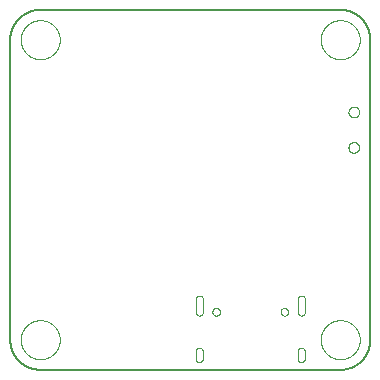
<source format=gko>
G75*
%MOIN*%
%OFA0B0*%
%FSLAX25Y25*%
%IPPOS*%
%LPD*%
%AMOC8*
5,1,8,0,0,1.08239X$1,22.5*
%
%ADD10C,0.00800*%
%ADD11C,0.00000*%
%ADD12C,0.00039*%
D10*
X0161588Y0075000D02*
X0261588Y0075000D01*
X0261830Y0075003D01*
X0262071Y0075012D01*
X0262312Y0075026D01*
X0262553Y0075047D01*
X0262793Y0075073D01*
X0263033Y0075105D01*
X0263272Y0075143D01*
X0263509Y0075186D01*
X0263746Y0075236D01*
X0263981Y0075291D01*
X0264215Y0075351D01*
X0264447Y0075418D01*
X0264678Y0075489D01*
X0264907Y0075567D01*
X0265134Y0075650D01*
X0265359Y0075738D01*
X0265582Y0075832D01*
X0265802Y0075931D01*
X0266020Y0076036D01*
X0266235Y0076145D01*
X0266448Y0076260D01*
X0266658Y0076380D01*
X0266864Y0076505D01*
X0267068Y0076635D01*
X0267269Y0076770D01*
X0267466Y0076910D01*
X0267660Y0077054D01*
X0267850Y0077203D01*
X0268036Y0077357D01*
X0268219Y0077515D01*
X0268398Y0077677D01*
X0268573Y0077844D01*
X0268744Y0078015D01*
X0268911Y0078190D01*
X0269073Y0078369D01*
X0269231Y0078552D01*
X0269385Y0078738D01*
X0269534Y0078928D01*
X0269678Y0079122D01*
X0269818Y0079319D01*
X0269953Y0079520D01*
X0270083Y0079724D01*
X0270208Y0079930D01*
X0270328Y0080140D01*
X0270443Y0080353D01*
X0270552Y0080568D01*
X0270657Y0080786D01*
X0270756Y0081006D01*
X0270850Y0081229D01*
X0270938Y0081454D01*
X0271021Y0081681D01*
X0271099Y0081910D01*
X0271170Y0082141D01*
X0271237Y0082373D01*
X0271297Y0082607D01*
X0271352Y0082842D01*
X0271402Y0083079D01*
X0271445Y0083316D01*
X0271483Y0083555D01*
X0271515Y0083795D01*
X0271541Y0084035D01*
X0271562Y0084276D01*
X0271576Y0084517D01*
X0271585Y0084758D01*
X0271588Y0085000D01*
X0271588Y0185000D01*
X0271585Y0185242D01*
X0271576Y0185483D01*
X0271562Y0185724D01*
X0271541Y0185965D01*
X0271515Y0186205D01*
X0271483Y0186445D01*
X0271445Y0186684D01*
X0271402Y0186921D01*
X0271352Y0187158D01*
X0271297Y0187393D01*
X0271237Y0187627D01*
X0271170Y0187859D01*
X0271099Y0188090D01*
X0271021Y0188319D01*
X0270938Y0188546D01*
X0270850Y0188771D01*
X0270756Y0188994D01*
X0270657Y0189214D01*
X0270552Y0189432D01*
X0270443Y0189647D01*
X0270328Y0189860D01*
X0270208Y0190070D01*
X0270083Y0190276D01*
X0269953Y0190480D01*
X0269818Y0190681D01*
X0269678Y0190878D01*
X0269534Y0191072D01*
X0269385Y0191262D01*
X0269231Y0191448D01*
X0269073Y0191631D01*
X0268911Y0191810D01*
X0268744Y0191985D01*
X0268573Y0192156D01*
X0268398Y0192323D01*
X0268219Y0192485D01*
X0268036Y0192643D01*
X0267850Y0192797D01*
X0267660Y0192946D01*
X0267466Y0193090D01*
X0267269Y0193230D01*
X0267068Y0193365D01*
X0266864Y0193495D01*
X0266658Y0193620D01*
X0266448Y0193740D01*
X0266235Y0193855D01*
X0266020Y0193964D01*
X0265802Y0194069D01*
X0265582Y0194168D01*
X0265359Y0194262D01*
X0265134Y0194350D01*
X0264907Y0194433D01*
X0264678Y0194511D01*
X0264447Y0194582D01*
X0264215Y0194649D01*
X0263981Y0194709D01*
X0263746Y0194764D01*
X0263509Y0194814D01*
X0263272Y0194857D01*
X0263033Y0194895D01*
X0262793Y0194927D01*
X0262553Y0194953D01*
X0262312Y0194974D01*
X0262071Y0194988D01*
X0261830Y0194997D01*
X0261588Y0195000D01*
X0161588Y0195000D01*
X0161346Y0194997D01*
X0161105Y0194988D01*
X0160864Y0194974D01*
X0160623Y0194953D01*
X0160383Y0194927D01*
X0160143Y0194895D01*
X0159904Y0194857D01*
X0159667Y0194814D01*
X0159430Y0194764D01*
X0159195Y0194709D01*
X0158961Y0194649D01*
X0158729Y0194582D01*
X0158498Y0194511D01*
X0158269Y0194433D01*
X0158042Y0194350D01*
X0157817Y0194262D01*
X0157594Y0194168D01*
X0157374Y0194069D01*
X0157156Y0193964D01*
X0156941Y0193855D01*
X0156728Y0193740D01*
X0156518Y0193620D01*
X0156312Y0193495D01*
X0156108Y0193365D01*
X0155907Y0193230D01*
X0155710Y0193090D01*
X0155516Y0192946D01*
X0155326Y0192797D01*
X0155140Y0192643D01*
X0154957Y0192485D01*
X0154778Y0192323D01*
X0154603Y0192156D01*
X0154432Y0191985D01*
X0154265Y0191810D01*
X0154103Y0191631D01*
X0153945Y0191448D01*
X0153791Y0191262D01*
X0153642Y0191072D01*
X0153498Y0190878D01*
X0153358Y0190681D01*
X0153223Y0190480D01*
X0153093Y0190276D01*
X0152968Y0190070D01*
X0152848Y0189860D01*
X0152733Y0189647D01*
X0152624Y0189432D01*
X0152519Y0189214D01*
X0152420Y0188994D01*
X0152326Y0188771D01*
X0152238Y0188546D01*
X0152155Y0188319D01*
X0152077Y0188090D01*
X0152006Y0187859D01*
X0151939Y0187627D01*
X0151879Y0187393D01*
X0151824Y0187158D01*
X0151774Y0186921D01*
X0151731Y0186684D01*
X0151693Y0186445D01*
X0151661Y0186205D01*
X0151635Y0185965D01*
X0151614Y0185724D01*
X0151600Y0185483D01*
X0151591Y0185242D01*
X0151588Y0185000D01*
X0151588Y0085000D01*
X0151591Y0084758D01*
X0151600Y0084517D01*
X0151614Y0084276D01*
X0151635Y0084035D01*
X0151661Y0083795D01*
X0151693Y0083555D01*
X0151731Y0083316D01*
X0151774Y0083079D01*
X0151824Y0082842D01*
X0151879Y0082607D01*
X0151939Y0082373D01*
X0152006Y0082141D01*
X0152077Y0081910D01*
X0152155Y0081681D01*
X0152238Y0081454D01*
X0152326Y0081229D01*
X0152420Y0081006D01*
X0152519Y0080786D01*
X0152624Y0080568D01*
X0152733Y0080353D01*
X0152848Y0080140D01*
X0152968Y0079930D01*
X0153093Y0079724D01*
X0153223Y0079520D01*
X0153358Y0079319D01*
X0153498Y0079122D01*
X0153642Y0078928D01*
X0153791Y0078738D01*
X0153945Y0078552D01*
X0154103Y0078369D01*
X0154265Y0078190D01*
X0154432Y0078015D01*
X0154603Y0077844D01*
X0154778Y0077677D01*
X0154957Y0077515D01*
X0155140Y0077357D01*
X0155326Y0077203D01*
X0155516Y0077054D01*
X0155710Y0076910D01*
X0155907Y0076770D01*
X0156108Y0076635D01*
X0156312Y0076505D01*
X0156518Y0076380D01*
X0156728Y0076260D01*
X0156941Y0076145D01*
X0157156Y0076036D01*
X0157374Y0075931D01*
X0157594Y0075832D01*
X0157817Y0075738D01*
X0158042Y0075650D01*
X0158269Y0075567D01*
X0158498Y0075489D01*
X0158729Y0075418D01*
X0158961Y0075351D01*
X0159195Y0075291D01*
X0159430Y0075236D01*
X0159667Y0075186D01*
X0159904Y0075143D01*
X0160143Y0075105D01*
X0160383Y0075073D01*
X0160623Y0075047D01*
X0160864Y0075026D01*
X0161105Y0075012D01*
X0161346Y0075003D01*
X0161588Y0075000D01*
D11*
X0155088Y0085000D02*
X0155090Y0085161D01*
X0155096Y0085321D01*
X0155106Y0085482D01*
X0155120Y0085642D01*
X0155138Y0085802D01*
X0155159Y0085961D01*
X0155185Y0086120D01*
X0155215Y0086278D01*
X0155248Y0086435D01*
X0155286Y0086592D01*
X0155327Y0086747D01*
X0155372Y0086901D01*
X0155421Y0087054D01*
X0155474Y0087206D01*
X0155530Y0087357D01*
X0155591Y0087506D01*
X0155654Y0087654D01*
X0155722Y0087800D01*
X0155793Y0087944D01*
X0155867Y0088086D01*
X0155945Y0088227D01*
X0156027Y0088365D01*
X0156112Y0088502D01*
X0156200Y0088636D01*
X0156292Y0088768D01*
X0156387Y0088898D01*
X0156485Y0089026D01*
X0156586Y0089151D01*
X0156690Y0089273D01*
X0156797Y0089393D01*
X0156907Y0089510D01*
X0157020Y0089625D01*
X0157136Y0089736D01*
X0157255Y0089845D01*
X0157376Y0089950D01*
X0157500Y0090053D01*
X0157626Y0090153D01*
X0157754Y0090249D01*
X0157885Y0090342D01*
X0158019Y0090432D01*
X0158154Y0090519D01*
X0158292Y0090602D01*
X0158431Y0090682D01*
X0158573Y0090758D01*
X0158716Y0090831D01*
X0158861Y0090900D01*
X0159008Y0090966D01*
X0159156Y0091028D01*
X0159306Y0091086D01*
X0159457Y0091141D01*
X0159610Y0091192D01*
X0159764Y0091239D01*
X0159919Y0091282D01*
X0160075Y0091321D01*
X0160231Y0091357D01*
X0160389Y0091388D01*
X0160547Y0091416D01*
X0160706Y0091440D01*
X0160866Y0091460D01*
X0161026Y0091476D01*
X0161186Y0091488D01*
X0161347Y0091496D01*
X0161508Y0091500D01*
X0161668Y0091500D01*
X0161829Y0091496D01*
X0161990Y0091488D01*
X0162150Y0091476D01*
X0162310Y0091460D01*
X0162470Y0091440D01*
X0162629Y0091416D01*
X0162787Y0091388D01*
X0162945Y0091357D01*
X0163101Y0091321D01*
X0163257Y0091282D01*
X0163412Y0091239D01*
X0163566Y0091192D01*
X0163719Y0091141D01*
X0163870Y0091086D01*
X0164020Y0091028D01*
X0164168Y0090966D01*
X0164315Y0090900D01*
X0164460Y0090831D01*
X0164603Y0090758D01*
X0164745Y0090682D01*
X0164884Y0090602D01*
X0165022Y0090519D01*
X0165157Y0090432D01*
X0165291Y0090342D01*
X0165422Y0090249D01*
X0165550Y0090153D01*
X0165676Y0090053D01*
X0165800Y0089950D01*
X0165921Y0089845D01*
X0166040Y0089736D01*
X0166156Y0089625D01*
X0166269Y0089510D01*
X0166379Y0089393D01*
X0166486Y0089273D01*
X0166590Y0089151D01*
X0166691Y0089026D01*
X0166789Y0088898D01*
X0166884Y0088768D01*
X0166976Y0088636D01*
X0167064Y0088502D01*
X0167149Y0088365D01*
X0167231Y0088227D01*
X0167309Y0088086D01*
X0167383Y0087944D01*
X0167454Y0087800D01*
X0167522Y0087654D01*
X0167585Y0087506D01*
X0167646Y0087357D01*
X0167702Y0087206D01*
X0167755Y0087054D01*
X0167804Y0086901D01*
X0167849Y0086747D01*
X0167890Y0086592D01*
X0167928Y0086435D01*
X0167961Y0086278D01*
X0167991Y0086120D01*
X0168017Y0085961D01*
X0168038Y0085802D01*
X0168056Y0085642D01*
X0168070Y0085482D01*
X0168080Y0085321D01*
X0168086Y0085161D01*
X0168088Y0085000D01*
X0168086Y0084839D01*
X0168080Y0084679D01*
X0168070Y0084518D01*
X0168056Y0084358D01*
X0168038Y0084198D01*
X0168017Y0084039D01*
X0167991Y0083880D01*
X0167961Y0083722D01*
X0167928Y0083565D01*
X0167890Y0083408D01*
X0167849Y0083253D01*
X0167804Y0083099D01*
X0167755Y0082946D01*
X0167702Y0082794D01*
X0167646Y0082643D01*
X0167585Y0082494D01*
X0167522Y0082346D01*
X0167454Y0082200D01*
X0167383Y0082056D01*
X0167309Y0081914D01*
X0167231Y0081773D01*
X0167149Y0081635D01*
X0167064Y0081498D01*
X0166976Y0081364D01*
X0166884Y0081232D01*
X0166789Y0081102D01*
X0166691Y0080974D01*
X0166590Y0080849D01*
X0166486Y0080727D01*
X0166379Y0080607D01*
X0166269Y0080490D01*
X0166156Y0080375D01*
X0166040Y0080264D01*
X0165921Y0080155D01*
X0165800Y0080050D01*
X0165676Y0079947D01*
X0165550Y0079847D01*
X0165422Y0079751D01*
X0165291Y0079658D01*
X0165157Y0079568D01*
X0165022Y0079481D01*
X0164884Y0079398D01*
X0164745Y0079318D01*
X0164603Y0079242D01*
X0164460Y0079169D01*
X0164315Y0079100D01*
X0164168Y0079034D01*
X0164020Y0078972D01*
X0163870Y0078914D01*
X0163719Y0078859D01*
X0163566Y0078808D01*
X0163412Y0078761D01*
X0163257Y0078718D01*
X0163101Y0078679D01*
X0162945Y0078643D01*
X0162787Y0078612D01*
X0162629Y0078584D01*
X0162470Y0078560D01*
X0162310Y0078540D01*
X0162150Y0078524D01*
X0161990Y0078512D01*
X0161829Y0078504D01*
X0161668Y0078500D01*
X0161508Y0078500D01*
X0161347Y0078504D01*
X0161186Y0078512D01*
X0161026Y0078524D01*
X0160866Y0078540D01*
X0160706Y0078560D01*
X0160547Y0078584D01*
X0160389Y0078612D01*
X0160231Y0078643D01*
X0160075Y0078679D01*
X0159919Y0078718D01*
X0159764Y0078761D01*
X0159610Y0078808D01*
X0159457Y0078859D01*
X0159306Y0078914D01*
X0159156Y0078972D01*
X0159008Y0079034D01*
X0158861Y0079100D01*
X0158716Y0079169D01*
X0158573Y0079242D01*
X0158431Y0079318D01*
X0158292Y0079398D01*
X0158154Y0079481D01*
X0158019Y0079568D01*
X0157885Y0079658D01*
X0157754Y0079751D01*
X0157626Y0079847D01*
X0157500Y0079947D01*
X0157376Y0080050D01*
X0157255Y0080155D01*
X0157136Y0080264D01*
X0157020Y0080375D01*
X0156907Y0080490D01*
X0156797Y0080607D01*
X0156690Y0080727D01*
X0156586Y0080849D01*
X0156485Y0080974D01*
X0156387Y0081102D01*
X0156292Y0081232D01*
X0156200Y0081364D01*
X0156112Y0081498D01*
X0156027Y0081635D01*
X0155945Y0081773D01*
X0155867Y0081914D01*
X0155793Y0082056D01*
X0155722Y0082200D01*
X0155654Y0082346D01*
X0155591Y0082494D01*
X0155530Y0082643D01*
X0155474Y0082794D01*
X0155421Y0082946D01*
X0155372Y0083099D01*
X0155327Y0083253D01*
X0155286Y0083408D01*
X0155248Y0083565D01*
X0155215Y0083722D01*
X0155185Y0083880D01*
X0155159Y0084039D01*
X0155138Y0084198D01*
X0155120Y0084358D01*
X0155106Y0084518D01*
X0155096Y0084679D01*
X0155090Y0084839D01*
X0155088Y0085000D01*
X0218930Y0094311D02*
X0218932Y0094382D01*
X0218938Y0094453D01*
X0218948Y0094524D01*
X0218962Y0094593D01*
X0218979Y0094662D01*
X0219001Y0094730D01*
X0219026Y0094797D01*
X0219055Y0094862D01*
X0219087Y0094925D01*
X0219123Y0094987D01*
X0219162Y0095046D01*
X0219205Y0095103D01*
X0219250Y0095158D01*
X0219299Y0095210D01*
X0219350Y0095259D01*
X0219404Y0095305D01*
X0219461Y0095349D01*
X0219519Y0095389D01*
X0219580Y0095425D01*
X0219643Y0095459D01*
X0219708Y0095488D01*
X0219774Y0095514D01*
X0219842Y0095537D01*
X0219910Y0095555D01*
X0219980Y0095570D01*
X0220050Y0095581D01*
X0220121Y0095588D01*
X0220192Y0095591D01*
X0220263Y0095590D01*
X0220334Y0095585D01*
X0220405Y0095576D01*
X0220475Y0095563D01*
X0220544Y0095547D01*
X0220612Y0095526D01*
X0220679Y0095502D01*
X0220745Y0095474D01*
X0220808Y0095442D01*
X0220870Y0095407D01*
X0220930Y0095369D01*
X0220988Y0095327D01*
X0221043Y0095283D01*
X0221096Y0095235D01*
X0221146Y0095184D01*
X0221193Y0095131D01*
X0221237Y0095075D01*
X0221278Y0095017D01*
X0221316Y0094956D01*
X0221350Y0094894D01*
X0221380Y0094829D01*
X0221407Y0094764D01*
X0221431Y0094696D01*
X0221450Y0094628D01*
X0221466Y0094559D01*
X0221478Y0094488D01*
X0221486Y0094418D01*
X0221490Y0094347D01*
X0221490Y0094275D01*
X0221486Y0094204D01*
X0221478Y0094134D01*
X0221466Y0094063D01*
X0221450Y0093994D01*
X0221431Y0093926D01*
X0221407Y0093858D01*
X0221380Y0093793D01*
X0221350Y0093728D01*
X0221316Y0093666D01*
X0221278Y0093605D01*
X0221237Y0093547D01*
X0221193Y0093491D01*
X0221146Y0093438D01*
X0221096Y0093387D01*
X0221043Y0093339D01*
X0220988Y0093295D01*
X0220930Y0093253D01*
X0220870Y0093215D01*
X0220808Y0093180D01*
X0220745Y0093148D01*
X0220679Y0093120D01*
X0220612Y0093096D01*
X0220544Y0093075D01*
X0220475Y0093059D01*
X0220405Y0093046D01*
X0220334Y0093037D01*
X0220263Y0093032D01*
X0220192Y0093031D01*
X0220121Y0093034D01*
X0220050Y0093041D01*
X0219980Y0093052D01*
X0219910Y0093067D01*
X0219842Y0093085D01*
X0219774Y0093108D01*
X0219708Y0093134D01*
X0219643Y0093163D01*
X0219580Y0093197D01*
X0219519Y0093233D01*
X0219461Y0093273D01*
X0219404Y0093317D01*
X0219350Y0093363D01*
X0219299Y0093412D01*
X0219250Y0093464D01*
X0219205Y0093519D01*
X0219162Y0093576D01*
X0219123Y0093635D01*
X0219087Y0093697D01*
X0219055Y0093760D01*
X0219026Y0093825D01*
X0219001Y0093892D01*
X0218979Y0093960D01*
X0218962Y0094029D01*
X0218948Y0094098D01*
X0218938Y0094169D01*
X0218932Y0094240D01*
X0218930Y0094311D01*
X0241686Y0094311D02*
X0241688Y0094382D01*
X0241694Y0094453D01*
X0241704Y0094524D01*
X0241718Y0094593D01*
X0241735Y0094662D01*
X0241757Y0094730D01*
X0241782Y0094797D01*
X0241811Y0094862D01*
X0241843Y0094925D01*
X0241879Y0094987D01*
X0241918Y0095046D01*
X0241961Y0095103D01*
X0242006Y0095158D01*
X0242055Y0095210D01*
X0242106Y0095259D01*
X0242160Y0095305D01*
X0242217Y0095349D01*
X0242275Y0095389D01*
X0242336Y0095425D01*
X0242399Y0095459D01*
X0242464Y0095488D01*
X0242530Y0095514D01*
X0242598Y0095537D01*
X0242666Y0095555D01*
X0242736Y0095570D01*
X0242806Y0095581D01*
X0242877Y0095588D01*
X0242948Y0095591D01*
X0243019Y0095590D01*
X0243090Y0095585D01*
X0243161Y0095576D01*
X0243231Y0095563D01*
X0243300Y0095547D01*
X0243368Y0095526D01*
X0243435Y0095502D01*
X0243501Y0095474D01*
X0243564Y0095442D01*
X0243626Y0095407D01*
X0243686Y0095369D01*
X0243744Y0095327D01*
X0243799Y0095283D01*
X0243852Y0095235D01*
X0243902Y0095184D01*
X0243949Y0095131D01*
X0243993Y0095075D01*
X0244034Y0095017D01*
X0244072Y0094956D01*
X0244106Y0094894D01*
X0244136Y0094829D01*
X0244163Y0094764D01*
X0244187Y0094696D01*
X0244206Y0094628D01*
X0244222Y0094559D01*
X0244234Y0094488D01*
X0244242Y0094418D01*
X0244246Y0094347D01*
X0244246Y0094275D01*
X0244242Y0094204D01*
X0244234Y0094134D01*
X0244222Y0094063D01*
X0244206Y0093994D01*
X0244187Y0093926D01*
X0244163Y0093858D01*
X0244136Y0093793D01*
X0244106Y0093728D01*
X0244072Y0093666D01*
X0244034Y0093605D01*
X0243993Y0093547D01*
X0243949Y0093491D01*
X0243902Y0093438D01*
X0243852Y0093387D01*
X0243799Y0093339D01*
X0243744Y0093295D01*
X0243686Y0093253D01*
X0243626Y0093215D01*
X0243564Y0093180D01*
X0243501Y0093148D01*
X0243435Y0093120D01*
X0243368Y0093096D01*
X0243300Y0093075D01*
X0243231Y0093059D01*
X0243161Y0093046D01*
X0243090Y0093037D01*
X0243019Y0093032D01*
X0242948Y0093031D01*
X0242877Y0093034D01*
X0242806Y0093041D01*
X0242736Y0093052D01*
X0242666Y0093067D01*
X0242598Y0093085D01*
X0242530Y0093108D01*
X0242464Y0093134D01*
X0242399Y0093163D01*
X0242336Y0093197D01*
X0242275Y0093233D01*
X0242217Y0093273D01*
X0242160Y0093317D01*
X0242106Y0093363D01*
X0242055Y0093412D01*
X0242006Y0093464D01*
X0241961Y0093519D01*
X0241918Y0093576D01*
X0241879Y0093635D01*
X0241843Y0093697D01*
X0241811Y0093760D01*
X0241782Y0093825D01*
X0241757Y0093892D01*
X0241735Y0093960D01*
X0241718Y0094029D01*
X0241704Y0094098D01*
X0241694Y0094169D01*
X0241688Y0094240D01*
X0241686Y0094311D01*
X0255088Y0085000D02*
X0255090Y0085161D01*
X0255096Y0085321D01*
X0255106Y0085482D01*
X0255120Y0085642D01*
X0255138Y0085802D01*
X0255159Y0085961D01*
X0255185Y0086120D01*
X0255215Y0086278D01*
X0255248Y0086435D01*
X0255286Y0086592D01*
X0255327Y0086747D01*
X0255372Y0086901D01*
X0255421Y0087054D01*
X0255474Y0087206D01*
X0255530Y0087357D01*
X0255591Y0087506D01*
X0255654Y0087654D01*
X0255722Y0087800D01*
X0255793Y0087944D01*
X0255867Y0088086D01*
X0255945Y0088227D01*
X0256027Y0088365D01*
X0256112Y0088502D01*
X0256200Y0088636D01*
X0256292Y0088768D01*
X0256387Y0088898D01*
X0256485Y0089026D01*
X0256586Y0089151D01*
X0256690Y0089273D01*
X0256797Y0089393D01*
X0256907Y0089510D01*
X0257020Y0089625D01*
X0257136Y0089736D01*
X0257255Y0089845D01*
X0257376Y0089950D01*
X0257500Y0090053D01*
X0257626Y0090153D01*
X0257754Y0090249D01*
X0257885Y0090342D01*
X0258019Y0090432D01*
X0258154Y0090519D01*
X0258292Y0090602D01*
X0258431Y0090682D01*
X0258573Y0090758D01*
X0258716Y0090831D01*
X0258861Y0090900D01*
X0259008Y0090966D01*
X0259156Y0091028D01*
X0259306Y0091086D01*
X0259457Y0091141D01*
X0259610Y0091192D01*
X0259764Y0091239D01*
X0259919Y0091282D01*
X0260075Y0091321D01*
X0260231Y0091357D01*
X0260389Y0091388D01*
X0260547Y0091416D01*
X0260706Y0091440D01*
X0260866Y0091460D01*
X0261026Y0091476D01*
X0261186Y0091488D01*
X0261347Y0091496D01*
X0261508Y0091500D01*
X0261668Y0091500D01*
X0261829Y0091496D01*
X0261990Y0091488D01*
X0262150Y0091476D01*
X0262310Y0091460D01*
X0262470Y0091440D01*
X0262629Y0091416D01*
X0262787Y0091388D01*
X0262945Y0091357D01*
X0263101Y0091321D01*
X0263257Y0091282D01*
X0263412Y0091239D01*
X0263566Y0091192D01*
X0263719Y0091141D01*
X0263870Y0091086D01*
X0264020Y0091028D01*
X0264168Y0090966D01*
X0264315Y0090900D01*
X0264460Y0090831D01*
X0264603Y0090758D01*
X0264745Y0090682D01*
X0264884Y0090602D01*
X0265022Y0090519D01*
X0265157Y0090432D01*
X0265291Y0090342D01*
X0265422Y0090249D01*
X0265550Y0090153D01*
X0265676Y0090053D01*
X0265800Y0089950D01*
X0265921Y0089845D01*
X0266040Y0089736D01*
X0266156Y0089625D01*
X0266269Y0089510D01*
X0266379Y0089393D01*
X0266486Y0089273D01*
X0266590Y0089151D01*
X0266691Y0089026D01*
X0266789Y0088898D01*
X0266884Y0088768D01*
X0266976Y0088636D01*
X0267064Y0088502D01*
X0267149Y0088365D01*
X0267231Y0088227D01*
X0267309Y0088086D01*
X0267383Y0087944D01*
X0267454Y0087800D01*
X0267522Y0087654D01*
X0267585Y0087506D01*
X0267646Y0087357D01*
X0267702Y0087206D01*
X0267755Y0087054D01*
X0267804Y0086901D01*
X0267849Y0086747D01*
X0267890Y0086592D01*
X0267928Y0086435D01*
X0267961Y0086278D01*
X0267991Y0086120D01*
X0268017Y0085961D01*
X0268038Y0085802D01*
X0268056Y0085642D01*
X0268070Y0085482D01*
X0268080Y0085321D01*
X0268086Y0085161D01*
X0268088Y0085000D01*
X0268086Y0084839D01*
X0268080Y0084679D01*
X0268070Y0084518D01*
X0268056Y0084358D01*
X0268038Y0084198D01*
X0268017Y0084039D01*
X0267991Y0083880D01*
X0267961Y0083722D01*
X0267928Y0083565D01*
X0267890Y0083408D01*
X0267849Y0083253D01*
X0267804Y0083099D01*
X0267755Y0082946D01*
X0267702Y0082794D01*
X0267646Y0082643D01*
X0267585Y0082494D01*
X0267522Y0082346D01*
X0267454Y0082200D01*
X0267383Y0082056D01*
X0267309Y0081914D01*
X0267231Y0081773D01*
X0267149Y0081635D01*
X0267064Y0081498D01*
X0266976Y0081364D01*
X0266884Y0081232D01*
X0266789Y0081102D01*
X0266691Y0080974D01*
X0266590Y0080849D01*
X0266486Y0080727D01*
X0266379Y0080607D01*
X0266269Y0080490D01*
X0266156Y0080375D01*
X0266040Y0080264D01*
X0265921Y0080155D01*
X0265800Y0080050D01*
X0265676Y0079947D01*
X0265550Y0079847D01*
X0265422Y0079751D01*
X0265291Y0079658D01*
X0265157Y0079568D01*
X0265022Y0079481D01*
X0264884Y0079398D01*
X0264745Y0079318D01*
X0264603Y0079242D01*
X0264460Y0079169D01*
X0264315Y0079100D01*
X0264168Y0079034D01*
X0264020Y0078972D01*
X0263870Y0078914D01*
X0263719Y0078859D01*
X0263566Y0078808D01*
X0263412Y0078761D01*
X0263257Y0078718D01*
X0263101Y0078679D01*
X0262945Y0078643D01*
X0262787Y0078612D01*
X0262629Y0078584D01*
X0262470Y0078560D01*
X0262310Y0078540D01*
X0262150Y0078524D01*
X0261990Y0078512D01*
X0261829Y0078504D01*
X0261668Y0078500D01*
X0261508Y0078500D01*
X0261347Y0078504D01*
X0261186Y0078512D01*
X0261026Y0078524D01*
X0260866Y0078540D01*
X0260706Y0078560D01*
X0260547Y0078584D01*
X0260389Y0078612D01*
X0260231Y0078643D01*
X0260075Y0078679D01*
X0259919Y0078718D01*
X0259764Y0078761D01*
X0259610Y0078808D01*
X0259457Y0078859D01*
X0259306Y0078914D01*
X0259156Y0078972D01*
X0259008Y0079034D01*
X0258861Y0079100D01*
X0258716Y0079169D01*
X0258573Y0079242D01*
X0258431Y0079318D01*
X0258292Y0079398D01*
X0258154Y0079481D01*
X0258019Y0079568D01*
X0257885Y0079658D01*
X0257754Y0079751D01*
X0257626Y0079847D01*
X0257500Y0079947D01*
X0257376Y0080050D01*
X0257255Y0080155D01*
X0257136Y0080264D01*
X0257020Y0080375D01*
X0256907Y0080490D01*
X0256797Y0080607D01*
X0256690Y0080727D01*
X0256586Y0080849D01*
X0256485Y0080974D01*
X0256387Y0081102D01*
X0256292Y0081232D01*
X0256200Y0081364D01*
X0256112Y0081498D01*
X0256027Y0081635D01*
X0255945Y0081773D01*
X0255867Y0081914D01*
X0255793Y0082056D01*
X0255722Y0082200D01*
X0255654Y0082346D01*
X0255591Y0082494D01*
X0255530Y0082643D01*
X0255474Y0082794D01*
X0255421Y0082946D01*
X0255372Y0083099D01*
X0255327Y0083253D01*
X0255286Y0083408D01*
X0255248Y0083565D01*
X0255215Y0083722D01*
X0255185Y0083880D01*
X0255159Y0084039D01*
X0255138Y0084198D01*
X0255120Y0084358D01*
X0255106Y0084518D01*
X0255096Y0084679D01*
X0255090Y0084839D01*
X0255088Y0085000D01*
X0264316Y0149094D02*
X0264318Y0149178D01*
X0264324Y0149261D01*
X0264334Y0149344D01*
X0264348Y0149427D01*
X0264365Y0149509D01*
X0264387Y0149590D01*
X0264412Y0149669D01*
X0264441Y0149748D01*
X0264474Y0149825D01*
X0264510Y0149900D01*
X0264550Y0149974D01*
X0264593Y0150046D01*
X0264640Y0150115D01*
X0264690Y0150182D01*
X0264743Y0150247D01*
X0264799Y0150309D01*
X0264857Y0150369D01*
X0264919Y0150426D01*
X0264983Y0150479D01*
X0265050Y0150530D01*
X0265119Y0150577D01*
X0265190Y0150622D01*
X0265263Y0150662D01*
X0265338Y0150699D01*
X0265415Y0150733D01*
X0265493Y0150763D01*
X0265572Y0150789D01*
X0265653Y0150812D01*
X0265735Y0150830D01*
X0265817Y0150845D01*
X0265900Y0150856D01*
X0265983Y0150863D01*
X0266067Y0150866D01*
X0266151Y0150865D01*
X0266234Y0150860D01*
X0266318Y0150851D01*
X0266400Y0150838D01*
X0266482Y0150822D01*
X0266563Y0150801D01*
X0266644Y0150777D01*
X0266722Y0150749D01*
X0266800Y0150717D01*
X0266876Y0150681D01*
X0266950Y0150642D01*
X0267022Y0150600D01*
X0267092Y0150554D01*
X0267160Y0150505D01*
X0267225Y0150453D01*
X0267288Y0150398D01*
X0267348Y0150340D01*
X0267406Y0150279D01*
X0267460Y0150215D01*
X0267512Y0150149D01*
X0267560Y0150081D01*
X0267605Y0150010D01*
X0267646Y0149937D01*
X0267685Y0149863D01*
X0267719Y0149787D01*
X0267750Y0149709D01*
X0267777Y0149630D01*
X0267801Y0149549D01*
X0267820Y0149468D01*
X0267836Y0149386D01*
X0267848Y0149303D01*
X0267856Y0149219D01*
X0267860Y0149136D01*
X0267860Y0149052D01*
X0267856Y0148969D01*
X0267848Y0148885D01*
X0267836Y0148802D01*
X0267820Y0148720D01*
X0267801Y0148639D01*
X0267777Y0148558D01*
X0267750Y0148479D01*
X0267719Y0148401D01*
X0267685Y0148325D01*
X0267646Y0148251D01*
X0267605Y0148178D01*
X0267560Y0148107D01*
X0267512Y0148039D01*
X0267460Y0147973D01*
X0267406Y0147909D01*
X0267348Y0147848D01*
X0267288Y0147790D01*
X0267225Y0147735D01*
X0267160Y0147683D01*
X0267092Y0147634D01*
X0267022Y0147588D01*
X0266950Y0147546D01*
X0266876Y0147507D01*
X0266800Y0147471D01*
X0266722Y0147439D01*
X0266644Y0147411D01*
X0266563Y0147387D01*
X0266482Y0147366D01*
X0266400Y0147350D01*
X0266318Y0147337D01*
X0266234Y0147328D01*
X0266151Y0147323D01*
X0266067Y0147322D01*
X0265983Y0147325D01*
X0265900Y0147332D01*
X0265817Y0147343D01*
X0265735Y0147358D01*
X0265653Y0147376D01*
X0265572Y0147399D01*
X0265493Y0147425D01*
X0265415Y0147455D01*
X0265338Y0147489D01*
X0265263Y0147526D01*
X0265190Y0147566D01*
X0265119Y0147611D01*
X0265050Y0147658D01*
X0264983Y0147709D01*
X0264919Y0147762D01*
X0264857Y0147819D01*
X0264799Y0147879D01*
X0264743Y0147941D01*
X0264690Y0148006D01*
X0264640Y0148073D01*
X0264593Y0148142D01*
X0264550Y0148214D01*
X0264510Y0148288D01*
X0264474Y0148363D01*
X0264441Y0148440D01*
X0264412Y0148519D01*
X0264387Y0148598D01*
X0264365Y0148679D01*
X0264348Y0148761D01*
X0264334Y0148844D01*
X0264324Y0148927D01*
X0264318Y0149010D01*
X0264316Y0149094D01*
X0264316Y0160906D02*
X0264318Y0160990D01*
X0264324Y0161073D01*
X0264334Y0161156D01*
X0264348Y0161239D01*
X0264365Y0161321D01*
X0264387Y0161402D01*
X0264412Y0161481D01*
X0264441Y0161560D01*
X0264474Y0161637D01*
X0264510Y0161712D01*
X0264550Y0161786D01*
X0264593Y0161858D01*
X0264640Y0161927D01*
X0264690Y0161994D01*
X0264743Y0162059D01*
X0264799Y0162121D01*
X0264857Y0162181D01*
X0264919Y0162238D01*
X0264983Y0162291D01*
X0265050Y0162342D01*
X0265119Y0162389D01*
X0265190Y0162434D01*
X0265263Y0162474D01*
X0265338Y0162511D01*
X0265415Y0162545D01*
X0265493Y0162575D01*
X0265572Y0162601D01*
X0265653Y0162624D01*
X0265735Y0162642D01*
X0265817Y0162657D01*
X0265900Y0162668D01*
X0265983Y0162675D01*
X0266067Y0162678D01*
X0266151Y0162677D01*
X0266234Y0162672D01*
X0266318Y0162663D01*
X0266400Y0162650D01*
X0266482Y0162634D01*
X0266563Y0162613D01*
X0266644Y0162589D01*
X0266722Y0162561D01*
X0266800Y0162529D01*
X0266876Y0162493D01*
X0266950Y0162454D01*
X0267022Y0162412D01*
X0267092Y0162366D01*
X0267160Y0162317D01*
X0267225Y0162265D01*
X0267288Y0162210D01*
X0267348Y0162152D01*
X0267406Y0162091D01*
X0267460Y0162027D01*
X0267512Y0161961D01*
X0267560Y0161893D01*
X0267605Y0161822D01*
X0267646Y0161749D01*
X0267685Y0161675D01*
X0267719Y0161599D01*
X0267750Y0161521D01*
X0267777Y0161442D01*
X0267801Y0161361D01*
X0267820Y0161280D01*
X0267836Y0161198D01*
X0267848Y0161115D01*
X0267856Y0161031D01*
X0267860Y0160948D01*
X0267860Y0160864D01*
X0267856Y0160781D01*
X0267848Y0160697D01*
X0267836Y0160614D01*
X0267820Y0160532D01*
X0267801Y0160451D01*
X0267777Y0160370D01*
X0267750Y0160291D01*
X0267719Y0160213D01*
X0267685Y0160137D01*
X0267646Y0160063D01*
X0267605Y0159990D01*
X0267560Y0159919D01*
X0267512Y0159851D01*
X0267460Y0159785D01*
X0267406Y0159721D01*
X0267348Y0159660D01*
X0267288Y0159602D01*
X0267225Y0159547D01*
X0267160Y0159495D01*
X0267092Y0159446D01*
X0267022Y0159400D01*
X0266950Y0159358D01*
X0266876Y0159319D01*
X0266800Y0159283D01*
X0266722Y0159251D01*
X0266644Y0159223D01*
X0266563Y0159199D01*
X0266482Y0159178D01*
X0266400Y0159162D01*
X0266318Y0159149D01*
X0266234Y0159140D01*
X0266151Y0159135D01*
X0266067Y0159134D01*
X0265983Y0159137D01*
X0265900Y0159144D01*
X0265817Y0159155D01*
X0265735Y0159170D01*
X0265653Y0159188D01*
X0265572Y0159211D01*
X0265493Y0159237D01*
X0265415Y0159267D01*
X0265338Y0159301D01*
X0265263Y0159338D01*
X0265190Y0159378D01*
X0265119Y0159423D01*
X0265050Y0159470D01*
X0264983Y0159521D01*
X0264919Y0159574D01*
X0264857Y0159631D01*
X0264799Y0159691D01*
X0264743Y0159753D01*
X0264690Y0159818D01*
X0264640Y0159885D01*
X0264593Y0159954D01*
X0264550Y0160026D01*
X0264510Y0160100D01*
X0264474Y0160175D01*
X0264441Y0160252D01*
X0264412Y0160331D01*
X0264387Y0160410D01*
X0264365Y0160491D01*
X0264348Y0160573D01*
X0264334Y0160656D01*
X0264324Y0160739D01*
X0264318Y0160822D01*
X0264316Y0160906D01*
X0255088Y0185000D02*
X0255090Y0185161D01*
X0255096Y0185321D01*
X0255106Y0185482D01*
X0255120Y0185642D01*
X0255138Y0185802D01*
X0255159Y0185961D01*
X0255185Y0186120D01*
X0255215Y0186278D01*
X0255248Y0186435D01*
X0255286Y0186592D01*
X0255327Y0186747D01*
X0255372Y0186901D01*
X0255421Y0187054D01*
X0255474Y0187206D01*
X0255530Y0187357D01*
X0255591Y0187506D01*
X0255654Y0187654D01*
X0255722Y0187800D01*
X0255793Y0187944D01*
X0255867Y0188086D01*
X0255945Y0188227D01*
X0256027Y0188365D01*
X0256112Y0188502D01*
X0256200Y0188636D01*
X0256292Y0188768D01*
X0256387Y0188898D01*
X0256485Y0189026D01*
X0256586Y0189151D01*
X0256690Y0189273D01*
X0256797Y0189393D01*
X0256907Y0189510D01*
X0257020Y0189625D01*
X0257136Y0189736D01*
X0257255Y0189845D01*
X0257376Y0189950D01*
X0257500Y0190053D01*
X0257626Y0190153D01*
X0257754Y0190249D01*
X0257885Y0190342D01*
X0258019Y0190432D01*
X0258154Y0190519D01*
X0258292Y0190602D01*
X0258431Y0190682D01*
X0258573Y0190758D01*
X0258716Y0190831D01*
X0258861Y0190900D01*
X0259008Y0190966D01*
X0259156Y0191028D01*
X0259306Y0191086D01*
X0259457Y0191141D01*
X0259610Y0191192D01*
X0259764Y0191239D01*
X0259919Y0191282D01*
X0260075Y0191321D01*
X0260231Y0191357D01*
X0260389Y0191388D01*
X0260547Y0191416D01*
X0260706Y0191440D01*
X0260866Y0191460D01*
X0261026Y0191476D01*
X0261186Y0191488D01*
X0261347Y0191496D01*
X0261508Y0191500D01*
X0261668Y0191500D01*
X0261829Y0191496D01*
X0261990Y0191488D01*
X0262150Y0191476D01*
X0262310Y0191460D01*
X0262470Y0191440D01*
X0262629Y0191416D01*
X0262787Y0191388D01*
X0262945Y0191357D01*
X0263101Y0191321D01*
X0263257Y0191282D01*
X0263412Y0191239D01*
X0263566Y0191192D01*
X0263719Y0191141D01*
X0263870Y0191086D01*
X0264020Y0191028D01*
X0264168Y0190966D01*
X0264315Y0190900D01*
X0264460Y0190831D01*
X0264603Y0190758D01*
X0264745Y0190682D01*
X0264884Y0190602D01*
X0265022Y0190519D01*
X0265157Y0190432D01*
X0265291Y0190342D01*
X0265422Y0190249D01*
X0265550Y0190153D01*
X0265676Y0190053D01*
X0265800Y0189950D01*
X0265921Y0189845D01*
X0266040Y0189736D01*
X0266156Y0189625D01*
X0266269Y0189510D01*
X0266379Y0189393D01*
X0266486Y0189273D01*
X0266590Y0189151D01*
X0266691Y0189026D01*
X0266789Y0188898D01*
X0266884Y0188768D01*
X0266976Y0188636D01*
X0267064Y0188502D01*
X0267149Y0188365D01*
X0267231Y0188227D01*
X0267309Y0188086D01*
X0267383Y0187944D01*
X0267454Y0187800D01*
X0267522Y0187654D01*
X0267585Y0187506D01*
X0267646Y0187357D01*
X0267702Y0187206D01*
X0267755Y0187054D01*
X0267804Y0186901D01*
X0267849Y0186747D01*
X0267890Y0186592D01*
X0267928Y0186435D01*
X0267961Y0186278D01*
X0267991Y0186120D01*
X0268017Y0185961D01*
X0268038Y0185802D01*
X0268056Y0185642D01*
X0268070Y0185482D01*
X0268080Y0185321D01*
X0268086Y0185161D01*
X0268088Y0185000D01*
X0268086Y0184839D01*
X0268080Y0184679D01*
X0268070Y0184518D01*
X0268056Y0184358D01*
X0268038Y0184198D01*
X0268017Y0184039D01*
X0267991Y0183880D01*
X0267961Y0183722D01*
X0267928Y0183565D01*
X0267890Y0183408D01*
X0267849Y0183253D01*
X0267804Y0183099D01*
X0267755Y0182946D01*
X0267702Y0182794D01*
X0267646Y0182643D01*
X0267585Y0182494D01*
X0267522Y0182346D01*
X0267454Y0182200D01*
X0267383Y0182056D01*
X0267309Y0181914D01*
X0267231Y0181773D01*
X0267149Y0181635D01*
X0267064Y0181498D01*
X0266976Y0181364D01*
X0266884Y0181232D01*
X0266789Y0181102D01*
X0266691Y0180974D01*
X0266590Y0180849D01*
X0266486Y0180727D01*
X0266379Y0180607D01*
X0266269Y0180490D01*
X0266156Y0180375D01*
X0266040Y0180264D01*
X0265921Y0180155D01*
X0265800Y0180050D01*
X0265676Y0179947D01*
X0265550Y0179847D01*
X0265422Y0179751D01*
X0265291Y0179658D01*
X0265157Y0179568D01*
X0265022Y0179481D01*
X0264884Y0179398D01*
X0264745Y0179318D01*
X0264603Y0179242D01*
X0264460Y0179169D01*
X0264315Y0179100D01*
X0264168Y0179034D01*
X0264020Y0178972D01*
X0263870Y0178914D01*
X0263719Y0178859D01*
X0263566Y0178808D01*
X0263412Y0178761D01*
X0263257Y0178718D01*
X0263101Y0178679D01*
X0262945Y0178643D01*
X0262787Y0178612D01*
X0262629Y0178584D01*
X0262470Y0178560D01*
X0262310Y0178540D01*
X0262150Y0178524D01*
X0261990Y0178512D01*
X0261829Y0178504D01*
X0261668Y0178500D01*
X0261508Y0178500D01*
X0261347Y0178504D01*
X0261186Y0178512D01*
X0261026Y0178524D01*
X0260866Y0178540D01*
X0260706Y0178560D01*
X0260547Y0178584D01*
X0260389Y0178612D01*
X0260231Y0178643D01*
X0260075Y0178679D01*
X0259919Y0178718D01*
X0259764Y0178761D01*
X0259610Y0178808D01*
X0259457Y0178859D01*
X0259306Y0178914D01*
X0259156Y0178972D01*
X0259008Y0179034D01*
X0258861Y0179100D01*
X0258716Y0179169D01*
X0258573Y0179242D01*
X0258431Y0179318D01*
X0258292Y0179398D01*
X0258154Y0179481D01*
X0258019Y0179568D01*
X0257885Y0179658D01*
X0257754Y0179751D01*
X0257626Y0179847D01*
X0257500Y0179947D01*
X0257376Y0180050D01*
X0257255Y0180155D01*
X0257136Y0180264D01*
X0257020Y0180375D01*
X0256907Y0180490D01*
X0256797Y0180607D01*
X0256690Y0180727D01*
X0256586Y0180849D01*
X0256485Y0180974D01*
X0256387Y0181102D01*
X0256292Y0181232D01*
X0256200Y0181364D01*
X0256112Y0181498D01*
X0256027Y0181635D01*
X0255945Y0181773D01*
X0255867Y0181914D01*
X0255793Y0182056D01*
X0255722Y0182200D01*
X0255654Y0182346D01*
X0255591Y0182494D01*
X0255530Y0182643D01*
X0255474Y0182794D01*
X0255421Y0182946D01*
X0255372Y0183099D01*
X0255327Y0183253D01*
X0255286Y0183408D01*
X0255248Y0183565D01*
X0255215Y0183722D01*
X0255185Y0183880D01*
X0255159Y0184039D01*
X0255138Y0184198D01*
X0255120Y0184358D01*
X0255106Y0184518D01*
X0255096Y0184679D01*
X0255090Y0184839D01*
X0255088Y0185000D01*
X0155088Y0185000D02*
X0155090Y0185161D01*
X0155096Y0185321D01*
X0155106Y0185482D01*
X0155120Y0185642D01*
X0155138Y0185802D01*
X0155159Y0185961D01*
X0155185Y0186120D01*
X0155215Y0186278D01*
X0155248Y0186435D01*
X0155286Y0186592D01*
X0155327Y0186747D01*
X0155372Y0186901D01*
X0155421Y0187054D01*
X0155474Y0187206D01*
X0155530Y0187357D01*
X0155591Y0187506D01*
X0155654Y0187654D01*
X0155722Y0187800D01*
X0155793Y0187944D01*
X0155867Y0188086D01*
X0155945Y0188227D01*
X0156027Y0188365D01*
X0156112Y0188502D01*
X0156200Y0188636D01*
X0156292Y0188768D01*
X0156387Y0188898D01*
X0156485Y0189026D01*
X0156586Y0189151D01*
X0156690Y0189273D01*
X0156797Y0189393D01*
X0156907Y0189510D01*
X0157020Y0189625D01*
X0157136Y0189736D01*
X0157255Y0189845D01*
X0157376Y0189950D01*
X0157500Y0190053D01*
X0157626Y0190153D01*
X0157754Y0190249D01*
X0157885Y0190342D01*
X0158019Y0190432D01*
X0158154Y0190519D01*
X0158292Y0190602D01*
X0158431Y0190682D01*
X0158573Y0190758D01*
X0158716Y0190831D01*
X0158861Y0190900D01*
X0159008Y0190966D01*
X0159156Y0191028D01*
X0159306Y0191086D01*
X0159457Y0191141D01*
X0159610Y0191192D01*
X0159764Y0191239D01*
X0159919Y0191282D01*
X0160075Y0191321D01*
X0160231Y0191357D01*
X0160389Y0191388D01*
X0160547Y0191416D01*
X0160706Y0191440D01*
X0160866Y0191460D01*
X0161026Y0191476D01*
X0161186Y0191488D01*
X0161347Y0191496D01*
X0161508Y0191500D01*
X0161668Y0191500D01*
X0161829Y0191496D01*
X0161990Y0191488D01*
X0162150Y0191476D01*
X0162310Y0191460D01*
X0162470Y0191440D01*
X0162629Y0191416D01*
X0162787Y0191388D01*
X0162945Y0191357D01*
X0163101Y0191321D01*
X0163257Y0191282D01*
X0163412Y0191239D01*
X0163566Y0191192D01*
X0163719Y0191141D01*
X0163870Y0191086D01*
X0164020Y0191028D01*
X0164168Y0190966D01*
X0164315Y0190900D01*
X0164460Y0190831D01*
X0164603Y0190758D01*
X0164745Y0190682D01*
X0164884Y0190602D01*
X0165022Y0190519D01*
X0165157Y0190432D01*
X0165291Y0190342D01*
X0165422Y0190249D01*
X0165550Y0190153D01*
X0165676Y0190053D01*
X0165800Y0189950D01*
X0165921Y0189845D01*
X0166040Y0189736D01*
X0166156Y0189625D01*
X0166269Y0189510D01*
X0166379Y0189393D01*
X0166486Y0189273D01*
X0166590Y0189151D01*
X0166691Y0189026D01*
X0166789Y0188898D01*
X0166884Y0188768D01*
X0166976Y0188636D01*
X0167064Y0188502D01*
X0167149Y0188365D01*
X0167231Y0188227D01*
X0167309Y0188086D01*
X0167383Y0187944D01*
X0167454Y0187800D01*
X0167522Y0187654D01*
X0167585Y0187506D01*
X0167646Y0187357D01*
X0167702Y0187206D01*
X0167755Y0187054D01*
X0167804Y0186901D01*
X0167849Y0186747D01*
X0167890Y0186592D01*
X0167928Y0186435D01*
X0167961Y0186278D01*
X0167991Y0186120D01*
X0168017Y0185961D01*
X0168038Y0185802D01*
X0168056Y0185642D01*
X0168070Y0185482D01*
X0168080Y0185321D01*
X0168086Y0185161D01*
X0168088Y0185000D01*
X0168086Y0184839D01*
X0168080Y0184679D01*
X0168070Y0184518D01*
X0168056Y0184358D01*
X0168038Y0184198D01*
X0168017Y0184039D01*
X0167991Y0183880D01*
X0167961Y0183722D01*
X0167928Y0183565D01*
X0167890Y0183408D01*
X0167849Y0183253D01*
X0167804Y0183099D01*
X0167755Y0182946D01*
X0167702Y0182794D01*
X0167646Y0182643D01*
X0167585Y0182494D01*
X0167522Y0182346D01*
X0167454Y0182200D01*
X0167383Y0182056D01*
X0167309Y0181914D01*
X0167231Y0181773D01*
X0167149Y0181635D01*
X0167064Y0181498D01*
X0166976Y0181364D01*
X0166884Y0181232D01*
X0166789Y0181102D01*
X0166691Y0180974D01*
X0166590Y0180849D01*
X0166486Y0180727D01*
X0166379Y0180607D01*
X0166269Y0180490D01*
X0166156Y0180375D01*
X0166040Y0180264D01*
X0165921Y0180155D01*
X0165800Y0180050D01*
X0165676Y0179947D01*
X0165550Y0179847D01*
X0165422Y0179751D01*
X0165291Y0179658D01*
X0165157Y0179568D01*
X0165022Y0179481D01*
X0164884Y0179398D01*
X0164745Y0179318D01*
X0164603Y0179242D01*
X0164460Y0179169D01*
X0164315Y0179100D01*
X0164168Y0179034D01*
X0164020Y0178972D01*
X0163870Y0178914D01*
X0163719Y0178859D01*
X0163566Y0178808D01*
X0163412Y0178761D01*
X0163257Y0178718D01*
X0163101Y0178679D01*
X0162945Y0178643D01*
X0162787Y0178612D01*
X0162629Y0178584D01*
X0162470Y0178560D01*
X0162310Y0178540D01*
X0162150Y0178524D01*
X0161990Y0178512D01*
X0161829Y0178504D01*
X0161668Y0178500D01*
X0161508Y0178500D01*
X0161347Y0178504D01*
X0161186Y0178512D01*
X0161026Y0178524D01*
X0160866Y0178540D01*
X0160706Y0178560D01*
X0160547Y0178584D01*
X0160389Y0178612D01*
X0160231Y0178643D01*
X0160075Y0178679D01*
X0159919Y0178718D01*
X0159764Y0178761D01*
X0159610Y0178808D01*
X0159457Y0178859D01*
X0159306Y0178914D01*
X0159156Y0178972D01*
X0159008Y0179034D01*
X0158861Y0179100D01*
X0158716Y0179169D01*
X0158573Y0179242D01*
X0158431Y0179318D01*
X0158292Y0179398D01*
X0158154Y0179481D01*
X0158019Y0179568D01*
X0157885Y0179658D01*
X0157754Y0179751D01*
X0157626Y0179847D01*
X0157500Y0179947D01*
X0157376Y0180050D01*
X0157255Y0180155D01*
X0157136Y0180264D01*
X0157020Y0180375D01*
X0156907Y0180490D01*
X0156797Y0180607D01*
X0156690Y0180727D01*
X0156586Y0180849D01*
X0156485Y0180974D01*
X0156387Y0181102D01*
X0156292Y0181232D01*
X0156200Y0181364D01*
X0156112Y0181498D01*
X0156027Y0181635D01*
X0155945Y0181773D01*
X0155867Y0181914D01*
X0155793Y0182056D01*
X0155722Y0182200D01*
X0155654Y0182346D01*
X0155591Y0182494D01*
X0155530Y0182643D01*
X0155474Y0182794D01*
X0155421Y0182946D01*
X0155372Y0183099D01*
X0155327Y0183253D01*
X0155286Y0183408D01*
X0155248Y0183565D01*
X0155215Y0183722D01*
X0155185Y0183880D01*
X0155159Y0184039D01*
X0155138Y0184198D01*
X0155120Y0184358D01*
X0155106Y0184518D01*
X0155096Y0184679D01*
X0155090Y0184839D01*
X0155088Y0185000D01*
D12*
X0213399Y0098563D02*
X0213399Y0094232D01*
X0213400Y0094232D02*
X0213402Y0094165D01*
X0213408Y0094097D01*
X0213417Y0094031D01*
X0213431Y0093965D01*
X0213448Y0093899D01*
X0213469Y0093835D01*
X0213493Y0093772D01*
X0213521Y0093711D01*
X0213553Y0093651D01*
X0213587Y0093594D01*
X0213626Y0093538D01*
X0213667Y0093484D01*
X0213711Y0093433D01*
X0213758Y0093385D01*
X0213808Y0093339D01*
X0213860Y0093297D01*
X0213914Y0093257D01*
X0213971Y0093221D01*
X0214030Y0093187D01*
X0214090Y0093158D01*
X0214153Y0093131D01*
X0214216Y0093109D01*
X0214281Y0093090D01*
X0214346Y0093075D01*
X0214413Y0093063D01*
X0214480Y0093055D01*
X0214547Y0093051D01*
X0214615Y0093051D01*
X0214682Y0093055D01*
X0214749Y0093063D01*
X0214816Y0093075D01*
X0214881Y0093090D01*
X0214946Y0093109D01*
X0215009Y0093131D01*
X0215072Y0093158D01*
X0215132Y0093187D01*
X0215191Y0093221D01*
X0215248Y0093257D01*
X0215302Y0093297D01*
X0215354Y0093339D01*
X0215404Y0093385D01*
X0215451Y0093433D01*
X0215495Y0093484D01*
X0215536Y0093538D01*
X0215575Y0093594D01*
X0215609Y0093651D01*
X0215641Y0093711D01*
X0215669Y0093772D01*
X0215693Y0093835D01*
X0215714Y0093899D01*
X0215731Y0093965D01*
X0215745Y0094031D01*
X0215754Y0094097D01*
X0215760Y0094165D01*
X0215762Y0094232D01*
X0215762Y0098563D01*
X0215760Y0098630D01*
X0215754Y0098698D01*
X0215745Y0098764D01*
X0215731Y0098830D01*
X0215714Y0098896D01*
X0215693Y0098960D01*
X0215669Y0099023D01*
X0215641Y0099084D01*
X0215609Y0099144D01*
X0215575Y0099201D01*
X0215536Y0099257D01*
X0215495Y0099311D01*
X0215451Y0099362D01*
X0215404Y0099410D01*
X0215354Y0099456D01*
X0215302Y0099498D01*
X0215248Y0099538D01*
X0215191Y0099574D01*
X0215132Y0099608D01*
X0215072Y0099637D01*
X0215009Y0099664D01*
X0214946Y0099686D01*
X0214881Y0099705D01*
X0214816Y0099720D01*
X0214749Y0099732D01*
X0214682Y0099740D01*
X0214615Y0099744D01*
X0214547Y0099744D01*
X0214480Y0099740D01*
X0214413Y0099732D01*
X0214346Y0099720D01*
X0214281Y0099705D01*
X0214216Y0099686D01*
X0214153Y0099664D01*
X0214090Y0099637D01*
X0214030Y0099608D01*
X0213971Y0099574D01*
X0213914Y0099538D01*
X0213860Y0099498D01*
X0213808Y0099456D01*
X0213758Y0099410D01*
X0213711Y0099362D01*
X0213667Y0099311D01*
X0213626Y0099257D01*
X0213587Y0099201D01*
X0213553Y0099144D01*
X0213521Y0099084D01*
X0213493Y0099023D01*
X0213469Y0098960D01*
X0213448Y0098896D01*
X0213431Y0098830D01*
X0213417Y0098764D01*
X0213408Y0098698D01*
X0213402Y0098630D01*
X0213400Y0098563D01*
X0213399Y0081181D02*
X0213399Y0078740D01*
X0213400Y0078740D02*
X0213402Y0078673D01*
X0213408Y0078605D01*
X0213417Y0078539D01*
X0213431Y0078473D01*
X0213448Y0078407D01*
X0213469Y0078343D01*
X0213493Y0078280D01*
X0213521Y0078219D01*
X0213553Y0078159D01*
X0213587Y0078102D01*
X0213626Y0078046D01*
X0213667Y0077992D01*
X0213711Y0077941D01*
X0213758Y0077893D01*
X0213808Y0077847D01*
X0213860Y0077805D01*
X0213914Y0077765D01*
X0213971Y0077729D01*
X0214030Y0077695D01*
X0214090Y0077666D01*
X0214153Y0077639D01*
X0214216Y0077617D01*
X0214281Y0077598D01*
X0214346Y0077583D01*
X0214413Y0077571D01*
X0214480Y0077563D01*
X0214547Y0077559D01*
X0214615Y0077559D01*
X0214682Y0077563D01*
X0214749Y0077571D01*
X0214816Y0077583D01*
X0214881Y0077598D01*
X0214946Y0077617D01*
X0215009Y0077639D01*
X0215072Y0077666D01*
X0215132Y0077695D01*
X0215191Y0077729D01*
X0215248Y0077765D01*
X0215302Y0077805D01*
X0215354Y0077847D01*
X0215404Y0077893D01*
X0215451Y0077941D01*
X0215495Y0077992D01*
X0215536Y0078046D01*
X0215575Y0078102D01*
X0215609Y0078159D01*
X0215641Y0078219D01*
X0215669Y0078280D01*
X0215693Y0078343D01*
X0215714Y0078407D01*
X0215731Y0078473D01*
X0215745Y0078539D01*
X0215754Y0078605D01*
X0215760Y0078673D01*
X0215762Y0078740D01*
X0215762Y0081181D01*
X0215760Y0081248D01*
X0215754Y0081316D01*
X0215745Y0081382D01*
X0215731Y0081448D01*
X0215714Y0081514D01*
X0215693Y0081578D01*
X0215669Y0081641D01*
X0215641Y0081702D01*
X0215609Y0081762D01*
X0215575Y0081819D01*
X0215536Y0081875D01*
X0215495Y0081929D01*
X0215451Y0081980D01*
X0215404Y0082028D01*
X0215354Y0082074D01*
X0215302Y0082116D01*
X0215248Y0082156D01*
X0215191Y0082192D01*
X0215132Y0082226D01*
X0215072Y0082255D01*
X0215009Y0082282D01*
X0214946Y0082304D01*
X0214881Y0082323D01*
X0214816Y0082338D01*
X0214749Y0082350D01*
X0214682Y0082358D01*
X0214615Y0082362D01*
X0214547Y0082362D01*
X0214480Y0082358D01*
X0214413Y0082350D01*
X0214346Y0082338D01*
X0214281Y0082323D01*
X0214216Y0082304D01*
X0214153Y0082282D01*
X0214090Y0082255D01*
X0214030Y0082226D01*
X0213971Y0082192D01*
X0213914Y0082156D01*
X0213860Y0082116D01*
X0213808Y0082074D01*
X0213758Y0082028D01*
X0213711Y0081980D01*
X0213667Y0081929D01*
X0213626Y0081875D01*
X0213587Y0081819D01*
X0213553Y0081762D01*
X0213521Y0081702D01*
X0213493Y0081641D01*
X0213469Y0081578D01*
X0213448Y0081514D01*
X0213431Y0081448D01*
X0213417Y0081382D01*
X0213408Y0081316D01*
X0213402Y0081248D01*
X0213400Y0081181D01*
X0247415Y0081181D02*
X0247415Y0078740D01*
X0247417Y0078673D01*
X0247423Y0078605D01*
X0247432Y0078539D01*
X0247446Y0078473D01*
X0247463Y0078407D01*
X0247484Y0078343D01*
X0247508Y0078280D01*
X0247536Y0078219D01*
X0247568Y0078159D01*
X0247602Y0078102D01*
X0247641Y0078046D01*
X0247682Y0077992D01*
X0247726Y0077941D01*
X0247773Y0077893D01*
X0247823Y0077847D01*
X0247875Y0077805D01*
X0247929Y0077765D01*
X0247986Y0077729D01*
X0248045Y0077695D01*
X0248105Y0077666D01*
X0248168Y0077639D01*
X0248231Y0077617D01*
X0248296Y0077598D01*
X0248361Y0077583D01*
X0248428Y0077571D01*
X0248495Y0077563D01*
X0248562Y0077559D01*
X0248630Y0077559D01*
X0248697Y0077563D01*
X0248764Y0077571D01*
X0248831Y0077583D01*
X0248896Y0077598D01*
X0248961Y0077617D01*
X0249024Y0077639D01*
X0249087Y0077666D01*
X0249147Y0077695D01*
X0249206Y0077729D01*
X0249263Y0077765D01*
X0249317Y0077805D01*
X0249369Y0077847D01*
X0249419Y0077893D01*
X0249466Y0077941D01*
X0249510Y0077992D01*
X0249551Y0078046D01*
X0249590Y0078102D01*
X0249624Y0078159D01*
X0249656Y0078219D01*
X0249684Y0078280D01*
X0249708Y0078343D01*
X0249729Y0078407D01*
X0249746Y0078473D01*
X0249760Y0078539D01*
X0249769Y0078605D01*
X0249775Y0078673D01*
X0249777Y0078740D01*
X0249777Y0081181D01*
X0249775Y0081248D01*
X0249769Y0081316D01*
X0249760Y0081382D01*
X0249746Y0081448D01*
X0249729Y0081514D01*
X0249708Y0081578D01*
X0249684Y0081641D01*
X0249656Y0081702D01*
X0249624Y0081762D01*
X0249590Y0081819D01*
X0249551Y0081875D01*
X0249510Y0081929D01*
X0249466Y0081980D01*
X0249419Y0082028D01*
X0249369Y0082074D01*
X0249317Y0082116D01*
X0249263Y0082156D01*
X0249206Y0082192D01*
X0249147Y0082226D01*
X0249087Y0082255D01*
X0249024Y0082282D01*
X0248961Y0082304D01*
X0248896Y0082323D01*
X0248831Y0082338D01*
X0248764Y0082350D01*
X0248697Y0082358D01*
X0248630Y0082362D01*
X0248562Y0082362D01*
X0248495Y0082358D01*
X0248428Y0082350D01*
X0248361Y0082338D01*
X0248296Y0082323D01*
X0248231Y0082304D01*
X0248168Y0082282D01*
X0248105Y0082255D01*
X0248045Y0082226D01*
X0247986Y0082192D01*
X0247929Y0082156D01*
X0247875Y0082116D01*
X0247823Y0082074D01*
X0247773Y0082028D01*
X0247726Y0081980D01*
X0247682Y0081929D01*
X0247641Y0081875D01*
X0247602Y0081819D01*
X0247568Y0081762D01*
X0247536Y0081702D01*
X0247508Y0081641D01*
X0247484Y0081578D01*
X0247463Y0081514D01*
X0247446Y0081448D01*
X0247432Y0081382D01*
X0247423Y0081316D01*
X0247417Y0081248D01*
X0247415Y0081181D01*
X0247415Y0094232D02*
X0247415Y0098563D01*
X0247417Y0098630D01*
X0247423Y0098698D01*
X0247432Y0098764D01*
X0247446Y0098830D01*
X0247463Y0098896D01*
X0247484Y0098960D01*
X0247508Y0099023D01*
X0247536Y0099084D01*
X0247568Y0099144D01*
X0247602Y0099201D01*
X0247641Y0099257D01*
X0247682Y0099311D01*
X0247726Y0099362D01*
X0247773Y0099410D01*
X0247823Y0099456D01*
X0247875Y0099498D01*
X0247929Y0099538D01*
X0247986Y0099574D01*
X0248045Y0099608D01*
X0248105Y0099637D01*
X0248168Y0099664D01*
X0248231Y0099686D01*
X0248296Y0099705D01*
X0248361Y0099720D01*
X0248428Y0099732D01*
X0248495Y0099740D01*
X0248562Y0099744D01*
X0248630Y0099744D01*
X0248697Y0099740D01*
X0248764Y0099732D01*
X0248831Y0099720D01*
X0248896Y0099705D01*
X0248961Y0099686D01*
X0249024Y0099664D01*
X0249087Y0099637D01*
X0249147Y0099608D01*
X0249206Y0099574D01*
X0249263Y0099538D01*
X0249317Y0099498D01*
X0249369Y0099456D01*
X0249419Y0099410D01*
X0249466Y0099362D01*
X0249510Y0099311D01*
X0249551Y0099257D01*
X0249590Y0099201D01*
X0249624Y0099144D01*
X0249656Y0099084D01*
X0249684Y0099023D01*
X0249708Y0098960D01*
X0249729Y0098896D01*
X0249746Y0098830D01*
X0249760Y0098764D01*
X0249769Y0098698D01*
X0249775Y0098630D01*
X0249777Y0098563D01*
X0249777Y0094232D01*
X0249775Y0094165D01*
X0249769Y0094097D01*
X0249760Y0094031D01*
X0249746Y0093965D01*
X0249729Y0093899D01*
X0249708Y0093835D01*
X0249684Y0093772D01*
X0249656Y0093711D01*
X0249624Y0093651D01*
X0249590Y0093594D01*
X0249551Y0093538D01*
X0249510Y0093484D01*
X0249466Y0093433D01*
X0249419Y0093385D01*
X0249369Y0093339D01*
X0249317Y0093297D01*
X0249263Y0093257D01*
X0249206Y0093221D01*
X0249147Y0093187D01*
X0249087Y0093158D01*
X0249024Y0093131D01*
X0248961Y0093109D01*
X0248896Y0093090D01*
X0248831Y0093075D01*
X0248764Y0093063D01*
X0248697Y0093055D01*
X0248630Y0093051D01*
X0248562Y0093051D01*
X0248495Y0093055D01*
X0248428Y0093063D01*
X0248361Y0093075D01*
X0248296Y0093090D01*
X0248231Y0093109D01*
X0248168Y0093131D01*
X0248105Y0093158D01*
X0248045Y0093187D01*
X0247986Y0093221D01*
X0247929Y0093257D01*
X0247875Y0093297D01*
X0247823Y0093339D01*
X0247773Y0093385D01*
X0247726Y0093433D01*
X0247682Y0093484D01*
X0247641Y0093538D01*
X0247602Y0093594D01*
X0247568Y0093651D01*
X0247536Y0093711D01*
X0247508Y0093772D01*
X0247484Y0093835D01*
X0247463Y0093899D01*
X0247446Y0093965D01*
X0247432Y0094031D01*
X0247423Y0094097D01*
X0247417Y0094165D01*
X0247415Y0094232D01*
M02*

</source>
